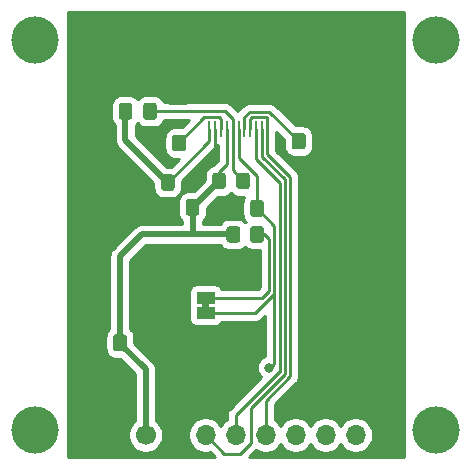
<source format=gbr>
G04 #@! TF.GenerationSoftware,KiCad,Pcbnew,(5.1.10)-1*
G04 #@! TF.CreationDate,2021-09-08T01:48:55-04:00*
G04 #@! TF.ProjectId,SharpDisplayPcb,53686172-7044-4697-9370-6c6179506362,rev?*
G04 #@! TF.SameCoordinates,Original*
G04 #@! TF.FileFunction,Copper,L1,Top*
G04 #@! TF.FilePolarity,Positive*
%FSLAX46Y46*%
G04 Gerber Fmt 4.6, Leading zero omitted, Abs format (unit mm)*
G04 Created by KiCad (PCBNEW (5.1.10)-1) date 2021-09-08 01:48:55*
%MOMM*%
%LPD*%
G01*
G04 APERTURE LIST*
G04 #@! TA.AperFunction,EtchedComponent*
%ADD10C,0.100000*%
G04 #@! TD*
G04 #@! TA.AperFunction,SMDPad,CuDef*
%ADD11R,1.600000X2.200000*%
G04 #@! TD*
G04 #@! TA.AperFunction,SMDPad,CuDef*
%ADD12R,0.250000X1.400000*%
G04 #@! TD*
G04 #@! TA.AperFunction,ComponentPad*
%ADD13O,1.700000X1.700000*%
G04 #@! TD*
G04 #@! TA.AperFunction,ComponentPad*
%ADD14R,1.700000X1.700000*%
G04 #@! TD*
G04 #@! TA.AperFunction,ComponentPad*
%ADD15C,1.700000*%
G04 #@! TD*
G04 #@! TA.AperFunction,SMDPad,CuDef*
%ADD16R,1.500000X1.000000*%
G04 #@! TD*
G04 #@! TA.AperFunction,ComponentPad*
%ADD17C,4.000000*%
G04 #@! TD*
G04 #@! TA.AperFunction,ViaPad*
%ADD18C,0.800000*%
G04 #@! TD*
G04 #@! TA.AperFunction,Conductor*
%ADD19C,0.250000*%
G04 #@! TD*
G04 #@! TA.AperFunction,Conductor*
%ADD20C,0.500000*%
G04 #@! TD*
G04 #@! TA.AperFunction,Conductor*
%ADD21C,0.254000*%
G04 #@! TD*
G04 #@! TA.AperFunction,Conductor*
%ADD22C,0.100000*%
G04 #@! TD*
G04 APERTURE END LIST*
D10*
G04 #@! TO.C,JP1*
G36*
X104750000Y-93125000D02*
G01*
X104750000Y-92625000D01*
X105350000Y-92625000D01*
X105350000Y-93125000D01*
X104750000Y-93125000D01*
G37*
G04 #@! TD*
D11*
G04 #@! TO.P,IC1,SUPPORT2*
G04 #@! TO.N,GND*
X102686780Y-74822920D03*
G04 #@! TO.P,IC1,SUPPORT1*
X112486780Y-74822920D03*
D12*
G04 #@! TO.P,IC1,VSSA*
G04 #@! TO.N,GNDA*
X105336780Y-77972920D03*
G04 #@! TO.P,IC1,VSS*
G04 #@! TO.N,GND*
X105836780Y-77972920D03*
G04 #@! TO.P,IC1,EXTMODE*
G04 #@! TO.N,Net-(IC1-PadEXTMODE)*
X106336780Y-77972920D03*
G04 #@! TO.P,IC1,VDD*
G04 #@! TO.N,+3V3*
X106836780Y-77972920D03*
G04 #@! TO.P,IC1,VDDA*
G04 #@! TO.N,+3.3VA*
X107336780Y-77972920D03*
G04 #@! TO.P,IC1,DISP*
G04 #@! TO.N,BLANK*
X107836780Y-77972920D03*
G04 #@! TO.P,IC1,EXTCOMIN*
G04 #@! TO.N,Net-(IC1-PadEXTCOMIN)*
X108336780Y-77972920D03*
G04 #@! TO.P,IC1,SCS*
G04 #@! TO.N,CS*
X108836780Y-77972920D03*
G04 #@! TO.P,IC1,SI*
G04 #@! TO.N,SDI*
X109336780Y-77972920D03*
G04 #@! TO.P,IC1,SCLK*
G04 #@! TO.N,SCLK*
X109836780Y-77972920D03*
G04 #@! TD*
D13*
G04 #@! TO.P,J1,8*
G04 #@! TO.N,N/C*
X117749100Y-103856100D03*
G04 #@! TO.P,J1,7*
G04 #@! TO.N,BLANK*
X115209100Y-103856100D03*
G04 #@! TO.P,J1,6*
G04 #@! TO.N,N/C*
X112669100Y-103856100D03*
G04 #@! TO.P,J1,5*
G04 #@! TO.N,CS*
X110129100Y-103856100D03*
G04 #@! TO.P,J1,4*
G04 #@! TO.N,SDI*
X107589100Y-103856100D03*
G04 #@! TO.P,J1,3*
G04 #@! TO.N,SCLK*
X105049100Y-103856100D03*
D14*
G04 #@! TO.P,J1,2*
G04 #@! TO.N,GND*
X102509100Y-103856100D03*
D15*
G04 #@! TO.P,J1,1*
G04 #@! TO.N,+3V3*
X99969100Y-103856100D03*
G04 #@! TD*
D16*
G04 #@! TO.P,JP1,2*
G04 #@! TO.N,Net-(JP1-Pad2)*
X105050000Y-92225000D03*
G04 #@! TO.P,JP1,1*
G04 #@! TO.N,BLANK*
X105050000Y-93525000D03*
G04 #@! TD*
G04 #@! TO.P,R3,2*
G04 #@! TO.N,Net-(JP1-Pad2)*
G04 #@! TA.AperFunction,SMDPad,CuDef*
G36*
G01*
X108800000Y-87325001D02*
X108800000Y-86424999D01*
G75*
G02*
X109049999Y-86175000I249999J0D01*
G01*
X109750001Y-86175000D01*
G75*
G02*
X110000000Y-86424999I0J-249999D01*
G01*
X110000000Y-87325001D01*
G75*
G02*
X109750001Y-87575000I-249999J0D01*
G01*
X109049999Y-87575000D01*
G75*
G02*
X108800000Y-87325001I0J249999D01*
G01*
G37*
G04 #@! TD.AperFunction*
G04 #@! TO.P,R3,1*
G04 #@! TO.N,+3V3*
G04 #@! TA.AperFunction,SMDPad,CuDef*
G36*
G01*
X106800000Y-87325001D02*
X106800000Y-86424999D01*
G75*
G02*
X107049999Y-86175000I249999J0D01*
G01*
X107750001Y-86175000D01*
G75*
G02*
X108000000Y-86424999I0J-249999D01*
G01*
X108000000Y-87325001D01*
G75*
G02*
X107750001Y-87575000I-249999J0D01*
G01*
X107049999Y-87575000D01*
G75*
G02*
X106800000Y-87325001I0J249999D01*
G01*
G37*
G04 #@! TD.AperFunction*
G04 #@! TD*
G04 #@! TO.P,R2,2*
G04 #@! TO.N,GND*
G04 #@! TA.AperFunction,SMDPad,CuDef*
G36*
G01*
X101400000Y-78674999D02*
X101400000Y-79575001D01*
G75*
G02*
X101150001Y-79825000I-249999J0D01*
G01*
X100449999Y-79825000D01*
G75*
G02*
X100200000Y-79575001I0J249999D01*
G01*
X100200000Y-78674999D01*
G75*
G02*
X100449999Y-78425000I249999J0D01*
G01*
X101150001Y-78425000D01*
G75*
G02*
X101400000Y-78674999I0J-249999D01*
G01*
G37*
G04 #@! TD.AperFunction*
G04 #@! TO.P,R2,1*
G04 #@! TO.N,Net-(IC1-PadEXTMODE)*
G04 #@! TA.AperFunction,SMDPad,CuDef*
G36*
G01*
X103400000Y-78674999D02*
X103400000Y-79575001D01*
G75*
G02*
X103150001Y-79825000I-249999J0D01*
G01*
X102449999Y-79825000D01*
G75*
G02*
X102200000Y-79575001I0J249999D01*
G01*
X102200000Y-78674999D01*
G75*
G02*
X102449999Y-78425000I249999J0D01*
G01*
X103150001Y-78425000D01*
G75*
G02*
X103400000Y-78674999I0J-249999D01*
G01*
G37*
G04 #@! TD.AperFunction*
G04 #@! TD*
G04 #@! TO.P,R1,2*
G04 #@! TO.N,Net-(IC1-PadEXTCOMIN)*
G04 #@! TA.AperFunction,SMDPad,CuDef*
G36*
G01*
X113525000Y-78524999D02*
X113525000Y-79425001D01*
G75*
G02*
X113275001Y-79675000I-249999J0D01*
G01*
X112574999Y-79675000D01*
G75*
G02*
X112325000Y-79425001I0J249999D01*
G01*
X112325000Y-78524999D01*
G75*
G02*
X112574999Y-78275000I249999J0D01*
G01*
X113275001Y-78275000D01*
G75*
G02*
X113525000Y-78524999I0J-249999D01*
G01*
G37*
G04 #@! TD.AperFunction*
G04 #@! TO.P,R1,1*
G04 #@! TO.N,GND*
G04 #@! TA.AperFunction,SMDPad,CuDef*
G36*
G01*
X115525000Y-78524999D02*
X115525000Y-79425001D01*
G75*
G02*
X115275001Y-79675000I-249999J0D01*
G01*
X114574999Y-79675000D01*
G75*
G02*
X114325000Y-79425001I0J249999D01*
G01*
X114325000Y-78524999D01*
G75*
G02*
X114574999Y-78275000I249999J0D01*
G01*
X115275001Y-78275000D01*
G75*
G02*
X115525000Y-78524999I0J-249999D01*
G01*
G37*
G04 #@! TD.AperFunction*
G04 #@! TD*
G04 #@! TO.P,C4,2*
G04 #@! TO.N,GNDA*
G04 #@! TA.AperFunction,SMDPad,CuDef*
G36*
G01*
X98850000Y-75975000D02*
X98850000Y-76925000D01*
G75*
G02*
X98600000Y-77175000I-250000J0D01*
G01*
X97925000Y-77175000D01*
G75*
G02*
X97675000Y-76925000I0J250000D01*
G01*
X97675000Y-75975000D01*
G75*
G02*
X97925000Y-75725000I250000J0D01*
G01*
X98600000Y-75725000D01*
G75*
G02*
X98850000Y-75975000I0J-250000D01*
G01*
G37*
G04 #@! TD.AperFunction*
G04 #@! TO.P,C4,1*
G04 #@! TO.N,+3.3VA*
G04 #@! TA.AperFunction,SMDPad,CuDef*
G36*
G01*
X100925000Y-75975000D02*
X100925000Y-76925000D01*
G75*
G02*
X100675000Y-77175000I-250000J0D01*
G01*
X100000000Y-77175000D01*
G75*
G02*
X99750000Y-76925000I0J250000D01*
G01*
X99750000Y-75975000D01*
G75*
G02*
X100000000Y-75725000I250000J0D01*
G01*
X100675000Y-75725000D01*
G75*
G02*
X100925000Y-75975000I0J-250000D01*
G01*
G37*
G04 #@! TD.AperFunction*
G04 #@! TD*
G04 #@! TO.P,C3,2*
G04 #@! TO.N,+3V3*
G04 #@! TA.AperFunction,SMDPad,CuDef*
G36*
G01*
X103350000Y-85050000D02*
X103350000Y-84100000D01*
G75*
G02*
X103600000Y-83850000I250000J0D01*
G01*
X104275000Y-83850000D01*
G75*
G02*
X104525000Y-84100000I0J-250000D01*
G01*
X104525000Y-85050000D01*
G75*
G02*
X104275000Y-85300000I-250000J0D01*
G01*
X103600000Y-85300000D01*
G75*
G02*
X103350000Y-85050000I0J250000D01*
G01*
G37*
G04 #@! TD.AperFunction*
G04 #@! TO.P,C3,1*
G04 #@! TO.N,GND*
G04 #@! TA.AperFunction,SMDPad,CuDef*
G36*
G01*
X101275000Y-85050000D02*
X101275000Y-84100000D01*
G75*
G02*
X101525000Y-83850000I250000J0D01*
G01*
X102200000Y-83850000D01*
G75*
G02*
X102450000Y-84100000I0J-250000D01*
G01*
X102450000Y-85050000D01*
G75*
G02*
X102200000Y-85300000I-250000J0D01*
G01*
X101525000Y-85300000D01*
G75*
G02*
X101275000Y-85050000I0J250000D01*
G01*
G37*
G04 #@! TD.AperFunction*
G04 #@! TD*
G04 #@! TO.P,C2,2*
G04 #@! TO.N,BLANK*
G04 #@! TA.AperFunction,SMDPad,CuDef*
G36*
G01*
X108800000Y-85150000D02*
X108800000Y-84200000D01*
G75*
G02*
X109050000Y-83950000I250000J0D01*
G01*
X109725000Y-83950000D01*
G75*
G02*
X109975000Y-84200000I0J-250000D01*
G01*
X109975000Y-85150000D01*
G75*
G02*
X109725000Y-85400000I-250000J0D01*
G01*
X109050000Y-85400000D01*
G75*
G02*
X108800000Y-85150000I0J250000D01*
G01*
G37*
G04 #@! TD.AperFunction*
G04 #@! TO.P,C2,1*
G04 #@! TO.N,GND*
G04 #@! TA.AperFunction,SMDPad,CuDef*
G36*
G01*
X106725000Y-85150000D02*
X106725000Y-84200000D01*
G75*
G02*
X106975000Y-83950000I250000J0D01*
G01*
X107650000Y-83950000D01*
G75*
G02*
X107900000Y-84200000I0J-250000D01*
G01*
X107900000Y-85150000D01*
G75*
G02*
X107650000Y-85400000I-250000J0D01*
G01*
X106975000Y-85400000D01*
G75*
G02*
X106725000Y-85150000I0J250000D01*
G01*
G37*
G04 #@! TD.AperFunction*
G04 #@! TD*
G04 #@! TO.P,C1,2*
G04 #@! TO.N,GND*
G04 #@! TA.AperFunction,SMDPad,CuDef*
G36*
G01*
X96300000Y-95575000D02*
X96300000Y-96525000D01*
G75*
G02*
X96050000Y-96775000I-250000J0D01*
G01*
X95375000Y-96775000D01*
G75*
G02*
X95125000Y-96525000I0J250000D01*
G01*
X95125000Y-95575000D01*
G75*
G02*
X95375000Y-95325000I250000J0D01*
G01*
X96050000Y-95325000D01*
G75*
G02*
X96300000Y-95575000I0J-250000D01*
G01*
G37*
G04 #@! TD.AperFunction*
G04 #@! TO.P,C1,1*
G04 #@! TO.N,+3V3*
G04 #@! TA.AperFunction,SMDPad,CuDef*
G36*
G01*
X98375000Y-95575000D02*
X98375000Y-96525000D01*
G75*
G02*
X98125000Y-96775000I-250000J0D01*
G01*
X97450000Y-96775000D01*
G75*
G02*
X97200000Y-96525000I0J250000D01*
G01*
X97200000Y-95575000D01*
G75*
G02*
X97450000Y-95325000I250000J0D01*
G01*
X98125000Y-95325000D01*
G75*
G02*
X98375000Y-95575000I0J-250000D01*
G01*
G37*
G04 #@! TD.AperFunction*
G04 #@! TD*
G04 #@! TO.P,FB2,2*
G04 #@! TO.N,+3V3*
G04 #@! TA.AperFunction,SMDPad,CuDef*
G36*
G01*
X106748160Y-81894259D02*
X106748160Y-82794261D01*
G75*
G02*
X106498161Y-83044260I-249999J0D01*
G01*
X105848159Y-83044260D01*
G75*
G02*
X105598160Y-82794261I0J249999D01*
G01*
X105598160Y-81894259D01*
G75*
G02*
X105848159Y-81644260I249999J0D01*
G01*
X106498161Y-81644260D01*
G75*
G02*
X106748160Y-81894259I0J-249999D01*
G01*
G37*
G04 #@! TD.AperFunction*
G04 #@! TO.P,FB2,1*
G04 #@! TO.N,+3.3VA*
G04 #@! TA.AperFunction,SMDPad,CuDef*
G36*
G01*
X108798160Y-81894259D02*
X108798160Y-82794261D01*
G75*
G02*
X108548161Y-83044260I-249999J0D01*
G01*
X107898159Y-83044260D01*
G75*
G02*
X107648160Y-82794261I0J249999D01*
G01*
X107648160Y-81894259D01*
G75*
G02*
X107898159Y-81644260I249999J0D01*
G01*
X108548161Y-81644260D01*
G75*
G02*
X108798160Y-81894259I0J-249999D01*
G01*
G37*
G04 #@! TD.AperFunction*
G04 #@! TD*
G04 #@! TO.P,FB1,2*
G04 #@! TO.N,GND*
G04 #@! TA.AperFunction,SMDPad,CuDef*
G36*
G01*
X103320000Y-82936501D02*
X103320000Y-82036499D01*
G75*
G02*
X103569999Y-81786500I249999J0D01*
G01*
X104220001Y-81786500D01*
G75*
G02*
X104470000Y-82036499I0J-249999D01*
G01*
X104470000Y-82936501D01*
G75*
G02*
X104220001Y-83186500I-249999J0D01*
G01*
X103569999Y-83186500D01*
G75*
G02*
X103320000Y-82936501I0J249999D01*
G01*
G37*
G04 #@! TD.AperFunction*
G04 #@! TO.P,FB1,1*
G04 #@! TO.N,GNDA*
G04 #@! TA.AperFunction,SMDPad,CuDef*
G36*
G01*
X101270000Y-82936501D02*
X101270000Y-82036499D01*
G75*
G02*
X101519999Y-81786500I249999J0D01*
G01*
X102170001Y-81786500D01*
G75*
G02*
X102420000Y-82036499I0J-249999D01*
G01*
X102420000Y-82936501D01*
G75*
G02*
X102170001Y-83186500I-249999J0D01*
G01*
X101519999Y-83186500D01*
G75*
G02*
X101270000Y-82936501I0J249999D01*
G01*
G37*
G04 #@! TD.AperFunction*
G04 #@! TD*
D17*
G04 #@! TO.P,M3,1*
G04 #@! TO.N,N/C*
X124589100Y-103396100D03*
G04 #@! TD*
G04 #@! TO.P,M3,1*
G04 #@! TO.N,N/C*
X90589100Y-103396100D03*
G04 #@! TD*
G04 #@! TO.P,M3,1*
G04 #@! TO.N,N/C*
X90589100Y-70396100D03*
G04 #@! TD*
G04 #@! TO.P,M3,1*
G04 #@! TO.N,N/C*
X124589100Y-70396100D03*
G04 #@! TD*
D18*
G04 #@! TO.N,GND*
X95350000Y-94400000D03*
X104450000Y-74700000D03*
X110700000Y-74775000D03*
X100550000Y-84575000D03*
X95727520Y-69956680D03*
X119590820Y-69656960D03*
X120091200Y-103784400D03*
X95610680Y-103875840D03*
X116350000Y-78950000D03*
X106019600Y-84683600D03*
X101725000Y-77550000D03*
X105562400Y-80467200D03*
G04 #@! TO.N,BLANK*
X110413800Y-98145600D03*
G04 #@! TD*
D19*
G04 #@! TO.N,GND*
X105836780Y-77972920D02*
X105836780Y-77988220D01*
X105836780Y-80192820D02*
X105562400Y-80467200D01*
X105836780Y-77972920D02*
X105836780Y-80192820D01*
G04 #@! TO.N,GNDA*
X105336780Y-78994720D02*
X101845000Y-82486500D01*
X105336780Y-77972920D02*
X105336780Y-78994720D01*
D20*
X98262500Y-78904000D02*
X101845000Y-82486500D01*
X98262500Y-76450000D02*
X98262500Y-78904000D01*
D19*
G04 #@! TO.N,+3V3*
X106836780Y-77972920D02*
X106836780Y-78922920D01*
X107400000Y-86875000D02*
X107281140Y-86875000D01*
X99969100Y-98293400D02*
X100025000Y-98237500D01*
D20*
X99969100Y-103856100D02*
X99969100Y-98293400D01*
D19*
X106173160Y-81600400D02*
X106173160Y-82344260D01*
X106836780Y-80936780D02*
X106173160Y-81600400D01*
X106836780Y-77972920D02*
X106836780Y-80936780D01*
D20*
X97787500Y-96111800D02*
X99969100Y-98293400D01*
D19*
X97787500Y-96050000D02*
X97787500Y-96111800D01*
D20*
X97787500Y-88737500D02*
X97787500Y-96050000D01*
X106168240Y-82344260D02*
X103937500Y-84575000D01*
D19*
X106173160Y-82344260D02*
X106168240Y-82344260D01*
D20*
X99650000Y-86875000D02*
X97787500Y-88737500D01*
D19*
X103937500Y-86816500D02*
X103879000Y-86875000D01*
D20*
X103937500Y-84575000D02*
X103937500Y-86816500D01*
X103879000Y-86875000D02*
X99650000Y-86875000D01*
X107400000Y-86875000D02*
X103879000Y-86875000D01*
D19*
G04 #@! TO.N,+3.3VA*
X107336780Y-81457880D02*
X108223160Y-82344260D01*
X107336780Y-77972920D02*
X107336780Y-81457880D01*
X100337500Y-76450000D02*
X101600000Y-76450000D01*
X106723862Y-76450000D02*
X101600000Y-76450000D01*
X107336780Y-77062918D02*
X106723862Y-76450000D01*
X107336780Y-77972920D02*
X107336780Y-77062918D01*
G04 #@! TO.N,Net-(IC1-PadEXTMODE)*
X106221781Y-76947919D02*
X104951779Y-76947919D01*
X106336780Y-77062918D02*
X106221781Y-76947919D01*
X106336780Y-77972920D02*
X106336780Y-77062918D01*
X102800000Y-79099698D02*
X104951779Y-76947919D01*
X102800000Y-79125000D02*
X102800000Y-79099698D01*
G04 #@! TO.N,Net-(IC1-PadEXTCOMIN)*
X108765379Y-76497909D02*
X110447909Y-76497909D01*
X108336780Y-76926508D02*
X108765379Y-76497909D01*
X110447909Y-76497909D02*
X112925000Y-78975000D01*
X108336780Y-77972920D02*
X108336780Y-76926508D01*
G04 #@! TO.N,CS*
X108836780Y-77062918D02*
X108836780Y-77972920D01*
X110286781Y-80100371D02*
X110286781Y-77012919D01*
X110221781Y-76947919D02*
X108951779Y-76947919D01*
X110286781Y-77012919D02*
X110221781Y-76947919D01*
X112204120Y-82017710D02*
X110286781Y-80100371D01*
X112204120Y-98868700D02*
X112204120Y-82017710D01*
X108951779Y-76947919D02*
X108836780Y-77062918D01*
X110129100Y-100943720D02*
X112204120Y-98868700D01*
X110129100Y-103856100D02*
X110129100Y-100943720D01*
G04 #@! TO.N,SDI*
X109336780Y-80525370D02*
X109336780Y-77972920D01*
X111304101Y-82492691D02*
X109336780Y-80525370D01*
X107589100Y-103856100D02*
X107589100Y-102185900D01*
X111304101Y-98495899D02*
X111304101Y-82492691D01*
X111279101Y-98495899D02*
X107589100Y-102185900D01*
X111304101Y-98495899D02*
X111279101Y-98495899D01*
G04 #@! TO.N,SCLK*
X109836780Y-80286780D02*
X109836780Y-77972920D01*
X111754111Y-82204111D02*
X109836780Y-80286780D01*
X105049100Y-103856100D02*
X106618000Y-105425000D01*
X106618000Y-105425000D02*
X107925000Y-105425000D01*
X107925000Y-105425000D02*
X108850000Y-104500000D01*
X108850000Y-101586410D02*
X111754111Y-98682299D01*
X108850000Y-104500000D02*
X108850000Y-101586410D01*
X111754111Y-98682299D02*
X111754111Y-98479111D01*
X111754111Y-98479111D02*
X111754111Y-82204111D01*
G04 #@! TO.N,BLANK*
X109400000Y-84687500D02*
X109387500Y-84675000D01*
X109387500Y-81920410D02*
X109387500Y-84675000D01*
X107836780Y-80369690D02*
X109387500Y-81920410D01*
X107836780Y-77972920D02*
X107836780Y-80369690D01*
X110854091Y-91839319D02*
X110854091Y-91296091D01*
X110854091Y-86141591D02*
X109387500Y-84675000D01*
X110854091Y-91939509D02*
X110854091Y-86141591D01*
X109268600Y-93525000D02*
X110854091Y-91939509D01*
X105050000Y-93525000D02*
X109268600Y-93525000D01*
X110515400Y-98145600D02*
X110854091Y-97806909D01*
X110413800Y-98145600D02*
X110515400Y-98145600D01*
X110854091Y-97806909D02*
X110854091Y-91939509D01*
G04 #@! TO.N,Net-(JP1-Pad2)*
X110000000Y-86875000D02*
X110404081Y-87279081D01*
X109400000Y-86875000D02*
X110000000Y-86875000D01*
X110404081Y-87279081D02*
X110404081Y-91652919D01*
X109832000Y-92225000D02*
X105050000Y-92225000D01*
X110404081Y-91652919D02*
X109832000Y-92225000D01*
G04 #@! TD*
D21*
G04 #@! TO.N,GND*
X121818400Y-105740602D02*
X108684199Y-105740602D01*
X109321997Y-105102805D01*
X109425689Y-105172090D01*
X109695942Y-105284032D01*
X109982840Y-105341100D01*
X110275360Y-105341100D01*
X110562258Y-105284032D01*
X110832511Y-105172090D01*
X111075732Y-105009575D01*
X111282575Y-104802732D01*
X111399100Y-104628340D01*
X111515625Y-104802732D01*
X111722468Y-105009575D01*
X111965689Y-105172090D01*
X112235942Y-105284032D01*
X112522840Y-105341100D01*
X112815360Y-105341100D01*
X113102258Y-105284032D01*
X113372511Y-105172090D01*
X113615732Y-105009575D01*
X113822575Y-104802732D01*
X113939100Y-104628340D01*
X114055625Y-104802732D01*
X114262468Y-105009575D01*
X114505689Y-105172090D01*
X114775942Y-105284032D01*
X115062840Y-105341100D01*
X115355360Y-105341100D01*
X115642258Y-105284032D01*
X115912511Y-105172090D01*
X116155732Y-105009575D01*
X116362575Y-104802732D01*
X116479100Y-104628340D01*
X116595625Y-104802732D01*
X116802468Y-105009575D01*
X117045689Y-105172090D01*
X117315942Y-105284032D01*
X117602840Y-105341100D01*
X117895360Y-105341100D01*
X118182258Y-105284032D01*
X118452511Y-105172090D01*
X118695732Y-105009575D01*
X118902575Y-104802732D01*
X119065090Y-104559511D01*
X119177032Y-104289258D01*
X119234100Y-104002360D01*
X119234100Y-103709840D01*
X119177032Y-103422942D01*
X119065090Y-103152689D01*
X118902575Y-102909468D01*
X118695732Y-102702625D01*
X118452511Y-102540110D01*
X118182258Y-102428168D01*
X117895360Y-102371100D01*
X117602840Y-102371100D01*
X117315942Y-102428168D01*
X117045689Y-102540110D01*
X116802468Y-102702625D01*
X116595625Y-102909468D01*
X116479100Y-103083860D01*
X116362575Y-102909468D01*
X116155732Y-102702625D01*
X115912511Y-102540110D01*
X115642258Y-102428168D01*
X115355360Y-102371100D01*
X115062840Y-102371100D01*
X114775942Y-102428168D01*
X114505689Y-102540110D01*
X114262468Y-102702625D01*
X114055625Y-102909468D01*
X113939100Y-103083860D01*
X113822575Y-102909468D01*
X113615732Y-102702625D01*
X113372511Y-102540110D01*
X113102258Y-102428168D01*
X112815360Y-102371100D01*
X112522840Y-102371100D01*
X112235942Y-102428168D01*
X111965689Y-102540110D01*
X111722468Y-102702625D01*
X111515625Y-102909468D01*
X111399100Y-103083860D01*
X111282575Y-102909468D01*
X111075732Y-102702625D01*
X110889100Y-102577922D01*
X110889100Y-101258521D01*
X112715129Y-99432494D01*
X112744121Y-99408701D01*
X112767915Y-99379708D01*
X112767919Y-99379704D01*
X112839093Y-99292977D01*
X112839094Y-99292976D01*
X112909666Y-99160947D01*
X112953123Y-99017686D01*
X112964120Y-98906033D01*
X112964120Y-98906024D01*
X112967796Y-98868701D01*
X112964120Y-98831378D01*
X112964120Y-82055033D01*
X112967796Y-82017710D01*
X112964120Y-81980387D01*
X112964120Y-81980377D01*
X112953123Y-81868724D01*
X112909666Y-81725463D01*
X112839094Y-81593434D01*
X112744121Y-81477709D01*
X112715123Y-81453911D01*
X111046781Y-79785570D01*
X111046781Y-78171582D01*
X111686928Y-78811730D01*
X111686928Y-79425001D01*
X111703992Y-79598255D01*
X111754528Y-79764851D01*
X111836595Y-79918387D01*
X111947038Y-80052962D01*
X112081613Y-80163405D01*
X112235149Y-80245472D01*
X112401745Y-80296008D01*
X112574999Y-80313072D01*
X113275001Y-80313072D01*
X113448255Y-80296008D01*
X113614851Y-80245472D01*
X113768387Y-80163405D01*
X113902962Y-80052962D01*
X114013405Y-79918387D01*
X114095472Y-79764851D01*
X114146008Y-79598255D01*
X114163072Y-79425001D01*
X114163072Y-78524999D01*
X114146008Y-78351745D01*
X114095472Y-78185149D01*
X114013405Y-78031613D01*
X113902962Y-77897038D01*
X113768387Y-77786595D01*
X113614851Y-77704528D01*
X113448255Y-77653992D01*
X113275001Y-77636928D01*
X112661730Y-77636928D01*
X111011713Y-75986912D01*
X110987910Y-75957908D01*
X110872185Y-75862935D01*
X110740156Y-75792363D01*
X110596895Y-75748906D01*
X110485242Y-75737909D01*
X110485231Y-75737909D01*
X110447909Y-75734233D01*
X110410587Y-75737909D01*
X108802712Y-75737909D01*
X108765379Y-75734232D01*
X108728046Y-75737909D01*
X108616393Y-75748906D01*
X108473132Y-75792363D01*
X108341103Y-75862935D01*
X108225378Y-75957908D01*
X108201575Y-75986912D01*
X107825778Y-76362709D01*
X107796780Y-76386507D01*
X107772982Y-76415505D01*
X107772981Y-76415506D01*
X107769009Y-76420345D01*
X107287665Y-75939002D01*
X107263863Y-75909999D01*
X107148138Y-75815026D01*
X107016109Y-75744454D01*
X106872848Y-75700997D01*
X106761195Y-75690000D01*
X106761184Y-75690000D01*
X106723862Y-75686324D01*
X106686540Y-75690000D01*
X101512110Y-75690000D01*
X101495472Y-75635150D01*
X101413405Y-75481614D01*
X101302962Y-75347038D01*
X101168386Y-75236595D01*
X101014850Y-75154528D01*
X100848254Y-75103992D01*
X100675000Y-75086928D01*
X100000000Y-75086928D01*
X99826746Y-75103992D01*
X99660150Y-75154528D01*
X99506614Y-75236595D01*
X99372038Y-75347038D01*
X99300000Y-75434817D01*
X99227962Y-75347038D01*
X99093386Y-75236595D01*
X98939850Y-75154528D01*
X98773254Y-75103992D01*
X98600000Y-75086928D01*
X97925000Y-75086928D01*
X97751746Y-75103992D01*
X97585150Y-75154528D01*
X97431614Y-75236595D01*
X97297038Y-75347038D01*
X97186595Y-75481614D01*
X97104528Y-75635150D01*
X97053992Y-75801746D01*
X97036928Y-75975000D01*
X97036928Y-76925000D01*
X97053992Y-77098254D01*
X97104528Y-77264850D01*
X97186595Y-77418386D01*
X97297038Y-77552962D01*
X97377500Y-77618995D01*
X97377501Y-78860521D01*
X97373219Y-78904000D01*
X97390305Y-79077490D01*
X97440912Y-79244313D01*
X97523090Y-79398059D01*
X97605968Y-79499046D01*
X97605971Y-79499049D01*
X97633684Y-79532817D01*
X97667451Y-79560529D01*
X100631928Y-82525007D01*
X100631928Y-82936501D01*
X100648992Y-83109755D01*
X100699528Y-83276351D01*
X100781595Y-83429887D01*
X100892038Y-83564462D01*
X101026613Y-83674905D01*
X101180149Y-83756972D01*
X101346745Y-83807508D01*
X101519999Y-83824572D01*
X102170001Y-83824572D01*
X102343255Y-83807508D01*
X102509851Y-83756972D01*
X102663387Y-83674905D01*
X102797962Y-83564462D01*
X102908405Y-83429887D01*
X102990472Y-83276351D01*
X103041008Y-83109755D01*
X103058072Y-82936501D01*
X103058072Y-82348229D01*
X105847783Y-79558519D01*
X105876781Y-79534721D01*
X105971754Y-79418996D01*
X106042326Y-79286967D01*
X106042847Y-79285248D01*
X106076780Y-79295542D01*
X106076781Y-80621977D01*
X105675573Y-81023186D01*
X105674905Y-81023252D01*
X105508309Y-81073788D01*
X105354773Y-81155855D01*
X105220198Y-81266298D01*
X105109755Y-81400873D01*
X105027688Y-81554409D01*
X104977152Y-81721005D01*
X104960088Y-81894259D01*
X104960088Y-82300833D01*
X104048994Y-83211928D01*
X103600000Y-83211928D01*
X103426746Y-83228992D01*
X103260150Y-83279528D01*
X103106614Y-83361595D01*
X102972038Y-83472038D01*
X102861595Y-83606614D01*
X102779528Y-83760150D01*
X102728992Y-83926746D01*
X102711928Y-84100000D01*
X102711928Y-85050000D01*
X102728992Y-85223254D01*
X102779528Y-85389850D01*
X102861595Y-85543386D01*
X102972038Y-85677962D01*
X103052501Y-85743995D01*
X103052501Y-85990000D01*
X99693469Y-85990000D01*
X99650000Y-85985719D01*
X99606531Y-85990000D01*
X99606523Y-85990000D01*
X99476510Y-86002805D01*
X99309687Y-86053411D01*
X99283332Y-86067498D01*
X99155941Y-86135589D01*
X99054953Y-86218468D01*
X99054951Y-86218470D01*
X99021183Y-86246183D01*
X98993470Y-86279951D01*
X97192456Y-88080966D01*
X97158683Y-88108683D01*
X97048089Y-88243442D01*
X96965911Y-88397188D01*
X96915305Y-88564011D01*
X96902500Y-88694024D01*
X96902500Y-88694031D01*
X96898219Y-88737500D01*
X96902500Y-88780969D01*
X96902501Y-94881004D01*
X96822038Y-94947038D01*
X96711595Y-95081614D01*
X96629528Y-95235150D01*
X96578992Y-95401746D01*
X96561928Y-95575000D01*
X96561928Y-96525000D01*
X96578992Y-96698254D01*
X96629528Y-96864850D01*
X96711595Y-97018386D01*
X96822038Y-97152962D01*
X96956614Y-97263405D01*
X97110150Y-97345472D01*
X97276746Y-97396008D01*
X97450000Y-97413072D01*
X97837194Y-97413072D01*
X99084101Y-98659980D01*
X99084100Y-102661444D01*
X99022468Y-102702625D01*
X98815625Y-102909468D01*
X98653110Y-103152689D01*
X98541168Y-103422942D01*
X98484100Y-103709840D01*
X98484100Y-104002360D01*
X98541168Y-104289258D01*
X98653110Y-104559511D01*
X98815625Y-104802732D01*
X99022468Y-105009575D01*
X99265689Y-105172090D01*
X99535942Y-105284032D01*
X99822840Y-105341100D01*
X100115360Y-105341100D01*
X100402258Y-105284032D01*
X100672511Y-105172090D01*
X100915732Y-105009575D01*
X101122575Y-104802732D01*
X101285090Y-104559511D01*
X101397032Y-104289258D01*
X101454100Y-104002360D01*
X101454100Y-103709840D01*
X101397032Y-103422942D01*
X101285090Y-103152689D01*
X101122575Y-102909468D01*
X100915732Y-102702625D01*
X100854100Y-102661444D01*
X100854100Y-98336865D01*
X100858381Y-98293399D01*
X100854100Y-98249933D01*
X100854100Y-98249923D01*
X100841295Y-98119910D01*
X100790689Y-97953087D01*
X100708511Y-97799341D01*
X100653428Y-97732223D01*
X100625632Y-97698353D01*
X100625630Y-97698351D01*
X100597917Y-97664583D01*
X100564149Y-97636870D01*
X99013072Y-96085794D01*
X99013072Y-95575000D01*
X98996008Y-95401746D01*
X98945472Y-95235150D01*
X98863405Y-95081614D01*
X98752962Y-94947038D01*
X98672500Y-94881005D01*
X98672500Y-89104078D01*
X100016579Y-87760000D01*
X106280386Y-87760000D01*
X106311595Y-87818387D01*
X106422038Y-87952962D01*
X106556613Y-88063405D01*
X106710149Y-88145472D01*
X106876745Y-88196008D01*
X107049999Y-88213072D01*
X107750001Y-88213072D01*
X107923255Y-88196008D01*
X108089851Y-88145472D01*
X108243387Y-88063405D01*
X108377962Y-87952962D01*
X108400000Y-87926109D01*
X108422038Y-87952962D01*
X108556613Y-88063405D01*
X108710149Y-88145472D01*
X108876745Y-88196008D01*
X109049999Y-88213072D01*
X109644081Y-88213072D01*
X109644082Y-91338116D01*
X109517199Y-91465000D01*
X106381046Y-91465000D01*
X106330537Y-91370506D01*
X106251185Y-91273815D01*
X106154494Y-91194463D01*
X106044180Y-91135498D01*
X105924482Y-91099188D01*
X105800000Y-91086928D01*
X104300000Y-91086928D01*
X104175518Y-91099188D01*
X104055820Y-91135498D01*
X103945506Y-91194463D01*
X103848815Y-91273815D01*
X103769463Y-91370506D01*
X103710498Y-91480820D01*
X103674188Y-91600518D01*
X103661928Y-91725000D01*
X103661928Y-92725000D01*
X103674188Y-92849482D01*
X103681929Y-92875000D01*
X103674188Y-92900518D01*
X103661928Y-93025000D01*
X103661928Y-94025000D01*
X103674188Y-94149482D01*
X103710498Y-94269180D01*
X103769463Y-94379494D01*
X103848815Y-94476185D01*
X103945506Y-94555537D01*
X104055820Y-94614502D01*
X104175518Y-94650812D01*
X104300000Y-94663072D01*
X105800000Y-94663072D01*
X105924482Y-94650812D01*
X106044180Y-94614502D01*
X106154494Y-94555537D01*
X106251185Y-94476185D01*
X106330537Y-94379494D01*
X106381046Y-94285000D01*
X109231278Y-94285000D01*
X109268600Y-94288676D01*
X109305922Y-94285000D01*
X109305933Y-94285000D01*
X109417586Y-94274003D01*
X109560847Y-94230546D01*
X109692876Y-94159974D01*
X109808601Y-94065001D01*
X109832404Y-94035997D01*
X110094092Y-93774310D01*
X110094091Y-97157752D01*
X109923544Y-97228395D01*
X109754026Y-97341663D01*
X109609863Y-97485826D01*
X109496595Y-97655344D01*
X109418574Y-97843702D01*
X109378800Y-98043661D01*
X109378800Y-98247539D01*
X109418574Y-98447498D01*
X109496595Y-98635856D01*
X109609863Y-98805374D01*
X109752343Y-98947854D01*
X107078098Y-101622101D01*
X107049100Y-101645899D01*
X107025302Y-101674897D01*
X107025301Y-101674898D01*
X106954126Y-101761624D01*
X106883554Y-101893654D01*
X106840098Y-102036915D01*
X106825424Y-102185900D01*
X106829101Y-102223232D01*
X106829101Y-102577921D01*
X106642468Y-102702625D01*
X106435625Y-102909468D01*
X106319100Y-103083860D01*
X106202575Y-102909468D01*
X105995732Y-102702625D01*
X105752511Y-102540110D01*
X105482258Y-102428168D01*
X105195360Y-102371100D01*
X104902840Y-102371100D01*
X104615942Y-102428168D01*
X104345689Y-102540110D01*
X104102468Y-102702625D01*
X103895625Y-102909468D01*
X103733110Y-103152689D01*
X103621168Y-103422942D01*
X103564100Y-103709840D01*
X103564100Y-104002360D01*
X103621168Y-104289258D01*
X103733110Y-104559511D01*
X103895625Y-104802732D01*
X104102468Y-105009575D01*
X104345689Y-105172090D01*
X104615942Y-105284032D01*
X104902840Y-105341100D01*
X105195360Y-105341100D01*
X105415508Y-105297310D01*
X105858800Y-105740602D01*
X93382885Y-105740602D01*
X93370615Y-68058900D01*
X121818400Y-68058900D01*
X121818400Y-105740602D01*
G04 #@! TA.AperFunction,Conductor*
D22*
G36*
X121818400Y-105740602D02*
G01*
X108684199Y-105740602D01*
X109321997Y-105102805D01*
X109425689Y-105172090D01*
X109695942Y-105284032D01*
X109982840Y-105341100D01*
X110275360Y-105341100D01*
X110562258Y-105284032D01*
X110832511Y-105172090D01*
X111075732Y-105009575D01*
X111282575Y-104802732D01*
X111399100Y-104628340D01*
X111515625Y-104802732D01*
X111722468Y-105009575D01*
X111965689Y-105172090D01*
X112235942Y-105284032D01*
X112522840Y-105341100D01*
X112815360Y-105341100D01*
X113102258Y-105284032D01*
X113372511Y-105172090D01*
X113615732Y-105009575D01*
X113822575Y-104802732D01*
X113939100Y-104628340D01*
X114055625Y-104802732D01*
X114262468Y-105009575D01*
X114505689Y-105172090D01*
X114775942Y-105284032D01*
X115062840Y-105341100D01*
X115355360Y-105341100D01*
X115642258Y-105284032D01*
X115912511Y-105172090D01*
X116155732Y-105009575D01*
X116362575Y-104802732D01*
X116479100Y-104628340D01*
X116595625Y-104802732D01*
X116802468Y-105009575D01*
X117045689Y-105172090D01*
X117315942Y-105284032D01*
X117602840Y-105341100D01*
X117895360Y-105341100D01*
X118182258Y-105284032D01*
X118452511Y-105172090D01*
X118695732Y-105009575D01*
X118902575Y-104802732D01*
X119065090Y-104559511D01*
X119177032Y-104289258D01*
X119234100Y-104002360D01*
X119234100Y-103709840D01*
X119177032Y-103422942D01*
X119065090Y-103152689D01*
X118902575Y-102909468D01*
X118695732Y-102702625D01*
X118452511Y-102540110D01*
X118182258Y-102428168D01*
X117895360Y-102371100D01*
X117602840Y-102371100D01*
X117315942Y-102428168D01*
X117045689Y-102540110D01*
X116802468Y-102702625D01*
X116595625Y-102909468D01*
X116479100Y-103083860D01*
X116362575Y-102909468D01*
X116155732Y-102702625D01*
X115912511Y-102540110D01*
X115642258Y-102428168D01*
X115355360Y-102371100D01*
X115062840Y-102371100D01*
X114775942Y-102428168D01*
X114505689Y-102540110D01*
X114262468Y-102702625D01*
X114055625Y-102909468D01*
X113939100Y-103083860D01*
X113822575Y-102909468D01*
X113615732Y-102702625D01*
X113372511Y-102540110D01*
X113102258Y-102428168D01*
X112815360Y-102371100D01*
X112522840Y-102371100D01*
X112235942Y-102428168D01*
X111965689Y-102540110D01*
X111722468Y-102702625D01*
X111515625Y-102909468D01*
X111399100Y-103083860D01*
X111282575Y-102909468D01*
X111075732Y-102702625D01*
X110889100Y-102577922D01*
X110889100Y-101258521D01*
X112715129Y-99432494D01*
X112744121Y-99408701D01*
X112767915Y-99379708D01*
X112767919Y-99379704D01*
X112839093Y-99292977D01*
X112839094Y-99292976D01*
X112909666Y-99160947D01*
X112953123Y-99017686D01*
X112964120Y-98906033D01*
X112964120Y-98906024D01*
X112967796Y-98868701D01*
X112964120Y-98831378D01*
X112964120Y-82055033D01*
X112967796Y-82017710D01*
X112964120Y-81980387D01*
X112964120Y-81980377D01*
X112953123Y-81868724D01*
X112909666Y-81725463D01*
X112839094Y-81593434D01*
X112744121Y-81477709D01*
X112715123Y-81453911D01*
X111046781Y-79785570D01*
X111046781Y-78171582D01*
X111686928Y-78811730D01*
X111686928Y-79425001D01*
X111703992Y-79598255D01*
X111754528Y-79764851D01*
X111836595Y-79918387D01*
X111947038Y-80052962D01*
X112081613Y-80163405D01*
X112235149Y-80245472D01*
X112401745Y-80296008D01*
X112574999Y-80313072D01*
X113275001Y-80313072D01*
X113448255Y-80296008D01*
X113614851Y-80245472D01*
X113768387Y-80163405D01*
X113902962Y-80052962D01*
X114013405Y-79918387D01*
X114095472Y-79764851D01*
X114146008Y-79598255D01*
X114163072Y-79425001D01*
X114163072Y-78524999D01*
X114146008Y-78351745D01*
X114095472Y-78185149D01*
X114013405Y-78031613D01*
X113902962Y-77897038D01*
X113768387Y-77786595D01*
X113614851Y-77704528D01*
X113448255Y-77653992D01*
X113275001Y-77636928D01*
X112661730Y-77636928D01*
X111011713Y-75986912D01*
X110987910Y-75957908D01*
X110872185Y-75862935D01*
X110740156Y-75792363D01*
X110596895Y-75748906D01*
X110485242Y-75737909D01*
X110485231Y-75737909D01*
X110447909Y-75734233D01*
X110410587Y-75737909D01*
X108802712Y-75737909D01*
X108765379Y-75734232D01*
X108728046Y-75737909D01*
X108616393Y-75748906D01*
X108473132Y-75792363D01*
X108341103Y-75862935D01*
X108225378Y-75957908D01*
X108201575Y-75986912D01*
X107825778Y-76362709D01*
X107796780Y-76386507D01*
X107772982Y-76415505D01*
X107772981Y-76415506D01*
X107769009Y-76420345D01*
X107287665Y-75939002D01*
X107263863Y-75909999D01*
X107148138Y-75815026D01*
X107016109Y-75744454D01*
X106872848Y-75700997D01*
X106761195Y-75690000D01*
X106761184Y-75690000D01*
X106723862Y-75686324D01*
X106686540Y-75690000D01*
X101512110Y-75690000D01*
X101495472Y-75635150D01*
X101413405Y-75481614D01*
X101302962Y-75347038D01*
X101168386Y-75236595D01*
X101014850Y-75154528D01*
X100848254Y-75103992D01*
X100675000Y-75086928D01*
X100000000Y-75086928D01*
X99826746Y-75103992D01*
X99660150Y-75154528D01*
X99506614Y-75236595D01*
X99372038Y-75347038D01*
X99300000Y-75434817D01*
X99227962Y-75347038D01*
X99093386Y-75236595D01*
X98939850Y-75154528D01*
X98773254Y-75103992D01*
X98600000Y-75086928D01*
X97925000Y-75086928D01*
X97751746Y-75103992D01*
X97585150Y-75154528D01*
X97431614Y-75236595D01*
X97297038Y-75347038D01*
X97186595Y-75481614D01*
X97104528Y-75635150D01*
X97053992Y-75801746D01*
X97036928Y-75975000D01*
X97036928Y-76925000D01*
X97053992Y-77098254D01*
X97104528Y-77264850D01*
X97186595Y-77418386D01*
X97297038Y-77552962D01*
X97377500Y-77618995D01*
X97377501Y-78860521D01*
X97373219Y-78904000D01*
X97390305Y-79077490D01*
X97440912Y-79244313D01*
X97523090Y-79398059D01*
X97605968Y-79499046D01*
X97605971Y-79499049D01*
X97633684Y-79532817D01*
X97667451Y-79560529D01*
X100631928Y-82525007D01*
X100631928Y-82936501D01*
X100648992Y-83109755D01*
X100699528Y-83276351D01*
X100781595Y-83429887D01*
X100892038Y-83564462D01*
X101026613Y-83674905D01*
X101180149Y-83756972D01*
X101346745Y-83807508D01*
X101519999Y-83824572D01*
X102170001Y-83824572D01*
X102343255Y-83807508D01*
X102509851Y-83756972D01*
X102663387Y-83674905D01*
X102797962Y-83564462D01*
X102908405Y-83429887D01*
X102990472Y-83276351D01*
X103041008Y-83109755D01*
X103058072Y-82936501D01*
X103058072Y-82348229D01*
X105847783Y-79558519D01*
X105876781Y-79534721D01*
X105971754Y-79418996D01*
X106042326Y-79286967D01*
X106042847Y-79285248D01*
X106076780Y-79295542D01*
X106076781Y-80621977D01*
X105675573Y-81023186D01*
X105674905Y-81023252D01*
X105508309Y-81073788D01*
X105354773Y-81155855D01*
X105220198Y-81266298D01*
X105109755Y-81400873D01*
X105027688Y-81554409D01*
X104977152Y-81721005D01*
X104960088Y-81894259D01*
X104960088Y-82300833D01*
X104048994Y-83211928D01*
X103600000Y-83211928D01*
X103426746Y-83228992D01*
X103260150Y-83279528D01*
X103106614Y-83361595D01*
X102972038Y-83472038D01*
X102861595Y-83606614D01*
X102779528Y-83760150D01*
X102728992Y-83926746D01*
X102711928Y-84100000D01*
X102711928Y-85050000D01*
X102728992Y-85223254D01*
X102779528Y-85389850D01*
X102861595Y-85543386D01*
X102972038Y-85677962D01*
X103052501Y-85743995D01*
X103052501Y-85990000D01*
X99693469Y-85990000D01*
X99650000Y-85985719D01*
X99606531Y-85990000D01*
X99606523Y-85990000D01*
X99476510Y-86002805D01*
X99309687Y-86053411D01*
X99283332Y-86067498D01*
X99155941Y-86135589D01*
X99054953Y-86218468D01*
X99054951Y-86218470D01*
X99021183Y-86246183D01*
X98993470Y-86279951D01*
X97192456Y-88080966D01*
X97158683Y-88108683D01*
X97048089Y-88243442D01*
X96965911Y-88397188D01*
X96915305Y-88564011D01*
X96902500Y-88694024D01*
X96902500Y-88694031D01*
X96898219Y-88737500D01*
X96902500Y-88780969D01*
X96902501Y-94881004D01*
X96822038Y-94947038D01*
X96711595Y-95081614D01*
X96629528Y-95235150D01*
X96578992Y-95401746D01*
X96561928Y-95575000D01*
X96561928Y-96525000D01*
X96578992Y-96698254D01*
X96629528Y-96864850D01*
X96711595Y-97018386D01*
X96822038Y-97152962D01*
X96956614Y-97263405D01*
X97110150Y-97345472D01*
X97276746Y-97396008D01*
X97450000Y-97413072D01*
X97837194Y-97413072D01*
X99084101Y-98659980D01*
X99084100Y-102661444D01*
X99022468Y-102702625D01*
X98815625Y-102909468D01*
X98653110Y-103152689D01*
X98541168Y-103422942D01*
X98484100Y-103709840D01*
X98484100Y-104002360D01*
X98541168Y-104289258D01*
X98653110Y-104559511D01*
X98815625Y-104802732D01*
X99022468Y-105009575D01*
X99265689Y-105172090D01*
X99535942Y-105284032D01*
X99822840Y-105341100D01*
X100115360Y-105341100D01*
X100402258Y-105284032D01*
X100672511Y-105172090D01*
X100915732Y-105009575D01*
X101122575Y-104802732D01*
X101285090Y-104559511D01*
X101397032Y-104289258D01*
X101454100Y-104002360D01*
X101454100Y-103709840D01*
X101397032Y-103422942D01*
X101285090Y-103152689D01*
X101122575Y-102909468D01*
X100915732Y-102702625D01*
X100854100Y-102661444D01*
X100854100Y-98336865D01*
X100858381Y-98293399D01*
X100854100Y-98249933D01*
X100854100Y-98249923D01*
X100841295Y-98119910D01*
X100790689Y-97953087D01*
X100708511Y-97799341D01*
X100653428Y-97732223D01*
X100625632Y-97698353D01*
X100625630Y-97698351D01*
X100597917Y-97664583D01*
X100564149Y-97636870D01*
X99013072Y-96085794D01*
X99013072Y-95575000D01*
X98996008Y-95401746D01*
X98945472Y-95235150D01*
X98863405Y-95081614D01*
X98752962Y-94947038D01*
X98672500Y-94881005D01*
X98672500Y-89104078D01*
X100016579Y-87760000D01*
X106280386Y-87760000D01*
X106311595Y-87818387D01*
X106422038Y-87952962D01*
X106556613Y-88063405D01*
X106710149Y-88145472D01*
X106876745Y-88196008D01*
X107049999Y-88213072D01*
X107750001Y-88213072D01*
X107923255Y-88196008D01*
X108089851Y-88145472D01*
X108243387Y-88063405D01*
X108377962Y-87952962D01*
X108400000Y-87926109D01*
X108422038Y-87952962D01*
X108556613Y-88063405D01*
X108710149Y-88145472D01*
X108876745Y-88196008D01*
X109049999Y-88213072D01*
X109644081Y-88213072D01*
X109644082Y-91338116D01*
X109517199Y-91465000D01*
X106381046Y-91465000D01*
X106330537Y-91370506D01*
X106251185Y-91273815D01*
X106154494Y-91194463D01*
X106044180Y-91135498D01*
X105924482Y-91099188D01*
X105800000Y-91086928D01*
X104300000Y-91086928D01*
X104175518Y-91099188D01*
X104055820Y-91135498D01*
X103945506Y-91194463D01*
X103848815Y-91273815D01*
X103769463Y-91370506D01*
X103710498Y-91480820D01*
X103674188Y-91600518D01*
X103661928Y-91725000D01*
X103661928Y-92725000D01*
X103674188Y-92849482D01*
X103681929Y-92875000D01*
X103674188Y-92900518D01*
X103661928Y-93025000D01*
X103661928Y-94025000D01*
X103674188Y-94149482D01*
X103710498Y-94269180D01*
X103769463Y-94379494D01*
X103848815Y-94476185D01*
X103945506Y-94555537D01*
X104055820Y-94614502D01*
X104175518Y-94650812D01*
X104300000Y-94663072D01*
X105800000Y-94663072D01*
X105924482Y-94650812D01*
X106044180Y-94614502D01*
X106154494Y-94555537D01*
X106251185Y-94476185D01*
X106330537Y-94379494D01*
X106381046Y-94285000D01*
X109231278Y-94285000D01*
X109268600Y-94288676D01*
X109305922Y-94285000D01*
X109305933Y-94285000D01*
X109417586Y-94274003D01*
X109560847Y-94230546D01*
X109692876Y-94159974D01*
X109808601Y-94065001D01*
X109832404Y-94035997D01*
X110094092Y-93774310D01*
X110094091Y-97157752D01*
X109923544Y-97228395D01*
X109754026Y-97341663D01*
X109609863Y-97485826D01*
X109496595Y-97655344D01*
X109418574Y-97843702D01*
X109378800Y-98043661D01*
X109378800Y-98247539D01*
X109418574Y-98447498D01*
X109496595Y-98635856D01*
X109609863Y-98805374D01*
X109752343Y-98947854D01*
X107078098Y-101622101D01*
X107049100Y-101645899D01*
X107025302Y-101674897D01*
X107025301Y-101674898D01*
X106954126Y-101761624D01*
X106883554Y-101893654D01*
X106840098Y-102036915D01*
X106825424Y-102185900D01*
X106829101Y-102223232D01*
X106829101Y-102577921D01*
X106642468Y-102702625D01*
X106435625Y-102909468D01*
X106319100Y-103083860D01*
X106202575Y-102909468D01*
X105995732Y-102702625D01*
X105752511Y-102540110D01*
X105482258Y-102428168D01*
X105195360Y-102371100D01*
X104902840Y-102371100D01*
X104615942Y-102428168D01*
X104345689Y-102540110D01*
X104102468Y-102702625D01*
X103895625Y-102909468D01*
X103733110Y-103152689D01*
X103621168Y-103422942D01*
X103564100Y-103709840D01*
X103564100Y-104002360D01*
X103621168Y-104289258D01*
X103733110Y-104559511D01*
X103895625Y-104802732D01*
X104102468Y-105009575D01*
X104345689Y-105172090D01*
X104615942Y-105284032D01*
X104902840Y-105341100D01*
X105195360Y-105341100D01*
X105415508Y-105297310D01*
X105858800Y-105740602D01*
X93382885Y-105740602D01*
X93370615Y-68058900D01*
X121818400Y-68058900D01*
X121818400Y-105740602D01*
G37*
G04 #@! TD.AperFunction*
D21*
X107270198Y-83422222D02*
X107404773Y-83532665D01*
X107558309Y-83614732D01*
X107724905Y-83665268D01*
X107898159Y-83682332D01*
X108331523Y-83682332D01*
X108311595Y-83706614D01*
X108229528Y-83860150D01*
X108178992Y-84026746D01*
X108161928Y-84200000D01*
X108161928Y-85150000D01*
X108178992Y-85323254D01*
X108229528Y-85489850D01*
X108311595Y-85643386D01*
X108422038Y-85777962D01*
X108433660Y-85787500D01*
X108422038Y-85797038D01*
X108400000Y-85823891D01*
X108377962Y-85797038D01*
X108243387Y-85686595D01*
X108089851Y-85604528D01*
X107923255Y-85553992D01*
X107750001Y-85536928D01*
X107049999Y-85536928D01*
X106876745Y-85553992D01*
X106710149Y-85604528D01*
X106556613Y-85686595D01*
X106422038Y-85797038D01*
X106311595Y-85931613D01*
X106280386Y-85990000D01*
X104822500Y-85990000D01*
X104822500Y-85743995D01*
X104902962Y-85677962D01*
X105013405Y-85543386D01*
X105095472Y-85389850D01*
X105146008Y-85223254D01*
X105163072Y-85050000D01*
X105163072Y-84601006D01*
X106081747Y-83682332D01*
X106498161Y-83682332D01*
X106671415Y-83665268D01*
X106838011Y-83614732D01*
X106991547Y-83532665D01*
X107126122Y-83422222D01*
X107198160Y-83334444D01*
X107270198Y-83422222D01*
G04 #@! TA.AperFunction,Conductor*
D22*
G36*
X107270198Y-83422222D02*
G01*
X107404773Y-83532665D01*
X107558309Y-83614732D01*
X107724905Y-83665268D01*
X107898159Y-83682332D01*
X108331523Y-83682332D01*
X108311595Y-83706614D01*
X108229528Y-83860150D01*
X108178992Y-84026746D01*
X108161928Y-84200000D01*
X108161928Y-85150000D01*
X108178992Y-85323254D01*
X108229528Y-85489850D01*
X108311595Y-85643386D01*
X108422038Y-85777962D01*
X108433660Y-85787500D01*
X108422038Y-85797038D01*
X108400000Y-85823891D01*
X108377962Y-85797038D01*
X108243387Y-85686595D01*
X108089851Y-85604528D01*
X107923255Y-85553992D01*
X107750001Y-85536928D01*
X107049999Y-85536928D01*
X106876745Y-85553992D01*
X106710149Y-85604528D01*
X106556613Y-85686595D01*
X106422038Y-85797038D01*
X106311595Y-85931613D01*
X106280386Y-85990000D01*
X104822500Y-85990000D01*
X104822500Y-85743995D01*
X104902962Y-85677962D01*
X105013405Y-85543386D01*
X105095472Y-85389850D01*
X105146008Y-85223254D01*
X105163072Y-85050000D01*
X105163072Y-84601006D01*
X106081747Y-83682332D01*
X106498161Y-83682332D01*
X106671415Y-83665268D01*
X106838011Y-83614732D01*
X106991547Y-83532665D01*
X107126122Y-83422222D01*
X107198160Y-83334444D01*
X107270198Y-83422222D01*
G37*
G04 #@! TD.AperFunction*
D21*
X103037969Y-77786928D02*
X102449999Y-77786928D01*
X102276745Y-77803992D01*
X102110149Y-77854528D01*
X101956613Y-77936595D01*
X101822038Y-78047038D01*
X101711595Y-78181613D01*
X101629528Y-78335149D01*
X101578992Y-78501745D01*
X101561928Y-78674999D01*
X101561928Y-79575001D01*
X101578992Y-79748255D01*
X101629528Y-79914851D01*
X101711595Y-80068387D01*
X101822038Y-80202962D01*
X101956613Y-80313405D01*
X102110149Y-80395472D01*
X102276745Y-80446008D01*
X102449999Y-80463072D01*
X102793627Y-80463072D01*
X102108271Y-81148428D01*
X101758507Y-81148428D01*
X99147500Y-78537422D01*
X99147500Y-77618995D01*
X99227962Y-77552962D01*
X99300000Y-77465183D01*
X99372038Y-77552962D01*
X99506614Y-77663405D01*
X99660150Y-77745472D01*
X99826746Y-77796008D01*
X100000000Y-77813072D01*
X100675000Y-77813072D01*
X100848254Y-77796008D01*
X101014850Y-77745472D01*
X101168386Y-77663405D01*
X101302962Y-77552962D01*
X101413405Y-77418386D01*
X101495472Y-77264850D01*
X101512110Y-77210000D01*
X103614896Y-77210000D01*
X103037969Y-77786928D01*
G04 #@! TA.AperFunction,Conductor*
D22*
G36*
X103037969Y-77786928D02*
G01*
X102449999Y-77786928D01*
X102276745Y-77803992D01*
X102110149Y-77854528D01*
X101956613Y-77936595D01*
X101822038Y-78047038D01*
X101711595Y-78181613D01*
X101629528Y-78335149D01*
X101578992Y-78501745D01*
X101561928Y-78674999D01*
X101561928Y-79575001D01*
X101578992Y-79748255D01*
X101629528Y-79914851D01*
X101711595Y-80068387D01*
X101822038Y-80202962D01*
X101956613Y-80313405D01*
X102110149Y-80395472D01*
X102276745Y-80446008D01*
X102449999Y-80463072D01*
X102793627Y-80463072D01*
X102108271Y-81148428D01*
X101758507Y-81148428D01*
X99147500Y-78537422D01*
X99147500Y-77618995D01*
X99227962Y-77552962D01*
X99300000Y-77465183D01*
X99372038Y-77552962D01*
X99506614Y-77663405D01*
X99660150Y-77745472D01*
X99826746Y-77796008D01*
X100000000Y-77813072D01*
X100675000Y-77813072D01*
X100848254Y-77796008D01*
X101014850Y-77745472D01*
X101168386Y-77663405D01*
X101302962Y-77552962D01*
X101413405Y-77418386D01*
X101495472Y-77264850D01*
X101512110Y-77210000D01*
X103614896Y-77210000D01*
X103037969Y-77786928D01*
G37*
G04 #@! TD.AperFunction*
G04 #@! TD*
M02*

</source>
